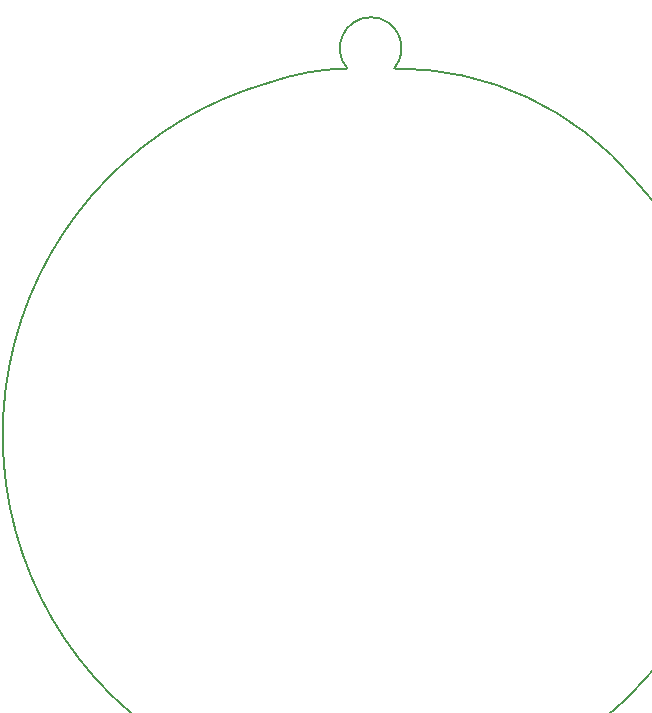
<source format=gko>
G04 DipTrace 2.4.0.2*
%INpeace.gko*%
%MOMM*%
%ADD11C,0.14*%
%FSLAX53Y53*%
G04*
G71*
G90*
G75*
G01*
%LNBoardOutline*%
%LPD*%
X19159Y19123D2*
D11*
G03X63589Y62615I22000J21965D01*
G01*
G03X43141Y72149I-20206J-16641D01*
G01*
G03X41159Y76492I-1995J1714D01*
G01*
G03X39178Y72149I14J-2630D01*
G01*
G03X32615Y70968I405J-21081D01*
G01*
G03X19159Y19123I8386J-29845D01*
G01*
M02*

</source>
